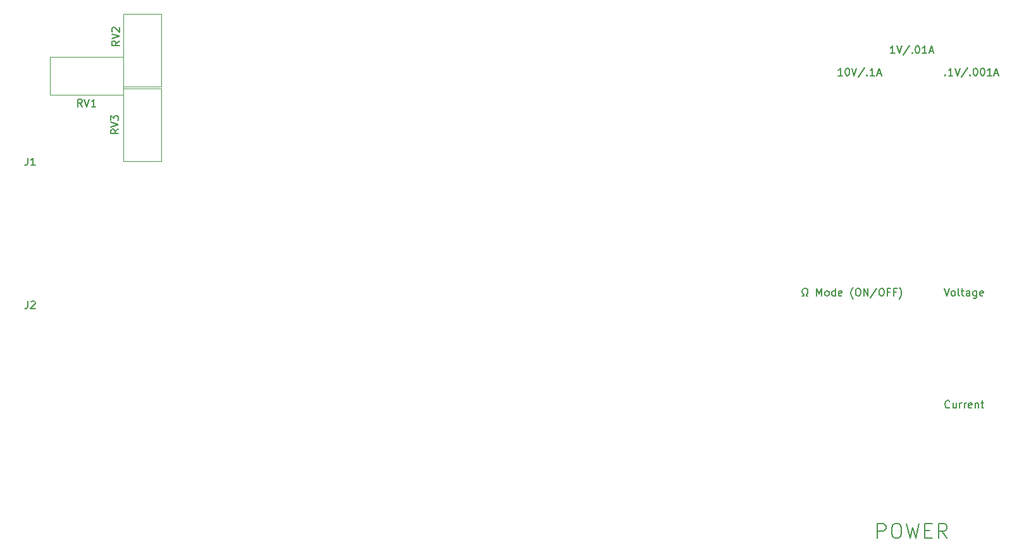
<source format=gto>
G04 #@! TF.GenerationSoftware,KiCad,Pcbnew,(5.1.10-1-10_14)*
G04 #@! TF.CreationDate,2021-10-15T12:17:32-04:00*
G04 #@! TF.ProjectId,Multimeter,4d756c74-696d-4657-9465-722e6b696361,rev?*
G04 #@! TF.SameCoordinates,Original*
G04 #@! TF.FileFunction,Legend,Top*
G04 #@! TF.FilePolarity,Positive*
%FSLAX46Y46*%
G04 Gerber Fmt 4.6, Leading zero omitted, Abs format (unit mm)*
G04 Created by KiCad (PCBNEW (5.1.10-1-10_14)) date 2021-10-15 12:17:32*
%MOMM*%
%LPD*%
G01*
G04 APERTURE LIST*
%ADD10C,0.150000*%
%ADD11C,0.120000*%
%ADD12C,6.400000*%
%ADD13C,3.200000*%
%ADD14O,1.700000X1.700000*%
%ADD15R,1.700000X1.700000*%
%ADD16C,5.600000*%
%ADD17C,1.800000*%
%ADD18R,1.800000X1.800000*%
%ADD19R,1.000000X1.000000*%
%ADD20C,0.900000*%
%ADD21C,10.600000*%
%ADD22C,1.440000*%
G04 APERTURE END LIST*
D10*
X220071428Y-79357142D02*
X220023809Y-79404761D01*
X219880952Y-79452380D01*
X219785714Y-79452380D01*
X219642857Y-79404761D01*
X219547619Y-79309523D01*
X219500000Y-79214285D01*
X219452380Y-79023809D01*
X219452380Y-78880952D01*
X219500000Y-78690476D01*
X219547619Y-78595238D01*
X219642857Y-78500000D01*
X219785714Y-78452380D01*
X219880952Y-78452380D01*
X220023809Y-78500000D01*
X220071428Y-78547619D01*
X220928571Y-78785714D02*
X220928571Y-79452380D01*
X220500000Y-78785714D02*
X220500000Y-79309523D01*
X220547619Y-79404761D01*
X220642857Y-79452380D01*
X220785714Y-79452380D01*
X220880952Y-79404761D01*
X220928571Y-79357142D01*
X221404761Y-79452380D02*
X221404761Y-78785714D01*
X221404761Y-78976190D02*
X221452380Y-78880952D01*
X221500000Y-78833333D01*
X221595238Y-78785714D01*
X221690476Y-78785714D01*
X222023809Y-79452380D02*
X222023809Y-78785714D01*
X222023809Y-78976190D02*
X222071428Y-78880952D01*
X222119047Y-78833333D01*
X222214285Y-78785714D01*
X222309523Y-78785714D01*
X223023809Y-79404761D02*
X222928571Y-79452380D01*
X222738095Y-79452380D01*
X222642857Y-79404761D01*
X222595238Y-79309523D01*
X222595238Y-78928571D01*
X222642857Y-78833333D01*
X222738095Y-78785714D01*
X222928571Y-78785714D01*
X223023809Y-78833333D01*
X223071428Y-78928571D01*
X223071428Y-79023809D01*
X222595238Y-79119047D01*
X223500000Y-78785714D02*
X223500000Y-79452380D01*
X223500000Y-78880952D02*
X223547619Y-78833333D01*
X223642857Y-78785714D01*
X223785714Y-78785714D01*
X223880952Y-78833333D01*
X223928571Y-78928571D01*
X223928571Y-79452380D01*
X224261904Y-78785714D02*
X224642857Y-78785714D01*
X224404761Y-78452380D02*
X224404761Y-79309523D01*
X224452380Y-79404761D01*
X224547619Y-79452380D01*
X224642857Y-79452380D01*
X219333333Y-63452380D02*
X219666666Y-64452380D01*
X220000000Y-63452380D01*
X220476190Y-64452380D02*
X220380952Y-64404761D01*
X220333333Y-64357142D01*
X220285714Y-64261904D01*
X220285714Y-63976190D01*
X220333333Y-63880952D01*
X220380952Y-63833333D01*
X220476190Y-63785714D01*
X220619047Y-63785714D01*
X220714285Y-63833333D01*
X220761904Y-63880952D01*
X220809523Y-63976190D01*
X220809523Y-64261904D01*
X220761904Y-64357142D01*
X220714285Y-64404761D01*
X220619047Y-64452380D01*
X220476190Y-64452380D01*
X221380952Y-64452380D02*
X221285714Y-64404761D01*
X221238095Y-64309523D01*
X221238095Y-63452380D01*
X221619047Y-63785714D02*
X222000000Y-63785714D01*
X221761904Y-63452380D02*
X221761904Y-64309523D01*
X221809523Y-64404761D01*
X221904761Y-64452380D01*
X222000000Y-64452380D01*
X222761904Y-64452380D02*
X222761904Y-63928571D01*
X222714285Y-63833333D01*
X222619047Y-63785714D01*
X222428571Y-63785714D01*
X222333333Y-63833333D01*
X222761904Y-64404761D02*
X222666666Y-64452380D01*
X222428571Y-64452380D01*
X222333333Y-64404761D01*
X222285714Y-64309523D01*
X222285714Y-64214285D01*
X222333333Y-64119047D01*
X222428571Y-64071428D01*
X222666666Y-64071428D01*
X222761904Y-64023809D01*
X223666666Y-63785714D02*
X223666666Y-64595238D01*
X223619047Y-64690476D01*
X223571428Y-64738095D01*
X223476190Y-64785714D01*
X223333333Y-64785714D01*
X223238095Y-64738095D01*
X223666666Y-64404761D02*
X223571428Y-64452380D01*
X223380952Y-64452380D01*
X223285714Y-64404761D01*
X223238095Y-64357142D01*
X223190476Y-64261904D01*
X223190476Y-63976190D01*
X223238095Y-63880952D01*
X223285714Y-63833333D01*
X223380952Y-63785714D01*
X223571428Y-63785714D01*
X223666666Y-63833333D01*
X224523809Y-64404761D02*
X224428571Y-64452380D01*
X224238095Y-64452380D01*
X224142857Y-64404761D01*
X224095238Y-64309523D01*
X224095238Y-63928571D01*
X224142857Y-63833333D01*
X224238095Y-63785714D01*
X224428571Y-63785714D01*
X224523809Y-63833333D01*
X224571428Y-63928571D01*
X224571428Y-64023809D01*
X224095238Y-64119047D01*
X219476190Y-34857142D02*
X219523809Y-34904761D01*
X219476190Y-34952380D01*
X219428571Y-34904761D01*
X219476190Y-34857142D01*
X219476190Y-34952380D01*
X220476190Y-34952380D02*
X219904761Y-34952380D01*
X220190476Y-34952380D02*
X220190476Y-33952380D01*
X220095238Y-34095238D01*
X220000000Y-34190476D01*
X219904761Y-34238095D01*
X220761904Y-33952380D02*
X221095238Y-34952380D01*
X221428571Y-33952380D01*
X222476190Y-33904761D02*
X221619047Y-35190476D01*
X222809523Y-34857142D02*
X222857142Y-34904761D01*
X222809523Y-34952380D01*
X222761904Y-34904761D01*
X222809523Y-34857142D01*
X222809523Y-34952380D01*
X223476190Y-33952380D02*
X223571428Y-33952380D01*
X223666666Y-34000000D01*
X223714285Y-34047619D01*
X223761904Y-34142857D01*
X223809523Y-34333333D01*
X223809523Y-34571428D01*
X223761904Y-34761904D01*
X223714285Y-34857142D01*
X223666666Y-34904761D01*
X223571428Y-34952380D01*
X223476190Y-34952380D01*
X223380952Y-34904761D01*
X223333333Y-34857142D01*
X223285714Y-34761904D01*
X223238095Y-34571428D01*
X223238095Y-34333333D01*
X223285714Y-34142857D01*
X223333333Y-34047619D01*
X223380952Y-34000000D01*
X223476190Y-33952380D01*
X224428571Y-33952380D02*
X224523809Y-33952380D01*
X224619047Y-34000000D01*
X224666666Y-34047619D01*
X224714285Y-34142857D01*
X224761904Y-34333333D01*
X224761904Y-34571428D01*
X224714285Y-34761904D01*
X224666666Y-34857142D01*
X224619047Y-34904761D01*
X224523809Y-34952380D01*
X224428571Y-34952380D01*
X224333333Y-34904761D01*
X224285714Y-34857142D01*
X224238095Y-34761904D01*
X224190476Y-34571428D01*
X224190476Y-34333333D01*
X224238095Y-34142857D01*
X224285714Y-34047619D01*
X224333333Y-34000000D01*
X224428571Y-33952380D01*
X225714285Y-34952380D02*
X225142857Y-34952380D01*
X225428571Y-34952380D02*
X225428571Y-33952380D01*
X225333333Y-34095238D01*
X225238095Y-34190476D01*
X225142857Y-34238095D01*
X226095238Y-34666666D02*
X226571428Y-34666666D01*
X226000000Y-34952380D02*
X226333333Y-33952380D01*
X226666666Y-34952380D01*
X212714285Y-31952380D02*
X212142857Y-31952380D01*
X212428571Y-31952380D02*
X212428571Y-30952380D01*
X212333333Y-31095238D01*
X212238095Y-31190476D01*
X212142857Y-31238095D01*
X213000000Y-30952380D02*
X213333333Y-31952380D01*
X213666666Y-30952380D01*
X214714285Y-30904761D02*
X213857142Y-32190476D01*
X215047619Y-31857142D02*
X215095238Y-31904761D01*
X215047619Y-31952380D01*
X215000000Y-31904761D01*
X215047619Y-31857142D01*
X215047619Y-31952380D01*
X215714285Y-30952380D02*
X215809523Y-30952380D01*
X215904761Y-31000000D01*
X215952380Y-31047619D01*
X216000000Y-31142857D01*
X216047619Y-31333333D01*
X216047619Y-31571428D01*
X216000000Y-31761904D01*
X215952380Y-31857142D01*
X215904761Y-31904761D01*
X215809523Y-31952380D01*
X215714285Y-31952380D01*
X215619047Y-31904761D01*
X215571428Y-31857142D01*
X215523809Y-31761904D01*
X215476190Y-31571428D01*
X215476190Y-31333333D01*
X215523809Y-31142857D01*
X215571428Y-31047619D01*
X215619047Y-31000000D01*
X215714285Y-30952380D01*
X217000000Y-31952380D02*
X216428571Y-31952380D01*
X216714285Y-31952380D02*
X216714285Y-30952380D01*
X216619047Y-31095238D01*
X216523809Y-31190476D01*
X216428571Y-31238095D01*
X217380952Y-31666666D02*
X217857142Y-31666666D01*
X217285714Y-31952380D02*
X217619047Y-30952380D01*
X217952380Y-31952380D01*
X205714285Y-34952380D02*
X205142857Y-34952380D01*
X205428571Y-34952380D02*
X205428571Y-33952380D01*
X205333333Y-34095238D01*
X205238095Y-34190476D01*
X205142857Y-34238095D01*
X206333333Y-33952380D02*
X206428571Y-33952380D01*
X206523809Y-34000000D01*
X206571428Y-34047619D01*
X206619047Y-34142857D01*
X206666666Y-34333333D01*
X206666666Y-34571428D01*
X206619047Y-34761904D01*
X206571428Y-34857142D01*
X206523809Y-34904761D01*
X206428571Y-34952380D01*
X206333333Y-34952380D01*
X206238095Y-34904761D01*
X206190476Y-34857142D01*
X206142857Y-34761904D01*
X206095238Y-34571428D01*
X206095238Y-34333333D01*
X206142857Y-34142857D01*
X206190476Y-34047619D01*
X206238095Y-34000000D01*
X206333333Y-33952380D01*
X206952380Y-33952380D02*
X207285714Y-34952380D01*
X207619047Y-33952380D01*
X208666666Y-33904761D02*
X207809523Y-35190476D01*
X209000000Y-34857142D02*
X209047619Y-34904761D01*
X209000000Y-34952380D01*
X208952380Y-34904761D01*
X209000000Y-34857142D01*
X209000000Y-34952380D01*
X210000000Y-34952380D02*
X209428571Y-34952380D01*
X209714285Y-34952380D02*
X209714285Y-33952380D01*
X209619047Y-34095238D01*
X209523809Y-34190476D01*
X209428571Y-34238095D01*
X210380952Y-34666666D02*
X210857142Y-34666666D01*
X210285714Y-34952380D02*
X210619047Y-33952380D01*
X210952380Y-34952380D01*
X210380952Y-96904761D02*
X210380952Y-94904761D01*
X211142857Y-94904761D01*
X211333333Y-95000000D01*
X211428571Y-95095238D01*
X211523809Y-95285714D01*
X211523809Y-95571428D01*
X211428571Y-95761904D01*
X211333333Y-95857142D01*
X211142857Y-95952380D01*
X210380952Y-95952380D01*
X212761904Y-94904761D02*
X213142857Y-94904761D01*
X213333333Y-95000000D01*
X213523809Y-95190476D01*
X213619047Y-95571428D01*
X213619047Y-96238095D01*
X213523809Y-96619047D01*
X213333333Y-96809523D01*
X213142857Y-96904761D01*
X212761904Y-96904761D01*
X212571428Y-96809523D01*
X212380952Y-96619047D01*
X212285714Y-96238095D01*
X212285714Y-95571428D01*
X212380952Y-95190476D01*
X212571428Y-95000000D01*
X212761904Y-94904761D01*
X214285714Y-94904761D02*
X214761904Y-96904761D01*
X215142857Y-95476190D01*
X215523809Y-96904761D01*
X216000000Y-94904761D01*
X216761904Y-95857142D02*
X217428571Y-95857142D01*
X217714285Y-96904761D02*
X216761904Y-96904761D01*
X216761904Y-94904761D01*
X217714285Y-94904761D01*
X219714285Y-96904761D02*
X219047619Y-95952380D01*
X218571428Y-96904761D02*
X218571428Y-94904761D01*
X219333333Y-94904761D01*
X219523809Y-95000000D01*
X219619047Y-95095238D01*
X219714285Y-95285714D01*
X219714285Y-95571428D01*
X219619047Y-95761904D01*
X219523809Y-95857142D01*
X219333333Y-95952380D01*
X218571428Y-95952380D01*
X200333333Y-64452380D02*
X200571428Y-64452380D01*
X200571428Y-64261904D01*
X200476190Y-64214285D01*
X200380952Y-64119047D01*
X200333333Y-63976190D01*
X200333333Y-63738095D01*
X200380952Y-63595238D01*
X200476190Y-63500000D01*
X200619047Y-63452380D01*
X200809523Y-63452380D01*
X200952380Y-63500000D01*
X201047619Y-63595238D01*
X201095238Y-63738095D01*
X201095238Y-63976190D01*
X201047619Y-64119047D01*
X200952380Y-64214285D01*
X200857142Y-64261904D01*
X200857142Y-64452380D01*
X201095238Y-64452380D01*
X202285714Y-64452380D02*
X202285714Y-63452380D01*
X202619047Y-64166666D01*
X202952380Y-63452380D01*
X202952380Y-64452380D01*
X203571428Y-64452380D02*
X203476190Y-64404761D01*
X203428571Y-64357142D01*
X203380952Y-64261904D01*
X203380952Y-63976190D01*
X203428571Y-63880952D01*
X203476190Y-63833333D01*
X203571428Y-63785714D01*
X203714285Y-63785714D01*
X203809523Y-63833333D01*
X203857142Y-63880952D01*
X203904761Y-63976190D01*
X203904761Y-64261904D01*
X203857142Y-64357142D01*
X203809523Y-64404761D01*
X203714285Y-64452380D01*
X203571428Y-64452380D01*
X204761904Y-64452380D02*
X204761904Y-63452380D01*
X204761904Y-64404761D02*
X204666666Y-64452380D01*
X204476190Y-64452380D01*
X204380952Y-64404761D01*
X204333333Y-64357142D01*
X204285714Y-64261904D01*
X204285714Y-63976190D01*
X204333333Y-63880952D01*
X204380952Y-63833333D01*
X204476190Y-63785714D01*
X204666666Y-63785714D01*
X204761904Y-63833333D01*
X205619047Y-64404761D02*
X205523809Y-64452380D01*
X205333333Y-64452380D01*
X205238095Y-64404761D01*
X205190476Y-64309523D01*
X205190476Y-63928571D01*
X205238095Y-63833333D01*
X205333333Y-63785714D01*
X205523809Y-63785714D01*
X205619047Y-63833333D01*
X205666666Y-63928571D01*
X205666666Y-64023809D01*
X205190476Y-64119047D01*
X207142857Y-64833333D02*
X207095238Y-64785714D01*
X207000000Y-64642857D01*
X206952380Y-64547619D01*
X206904761Y-64404761D01*
X206857142Y-64166666D01*
X206857142Y-63976190D01*
X206904761Y-63738095D01*
X206952380Y-63595238D01*
X207000000Y-63500000D01*
X207095238Y-63357142D01*
X207142857Y-63309523D01*
X207714285Y-63452380D02*
X207904761Y-63452380D01*
X208000000Y-63500000D01*
X208095238Y-63595238D01*
X208142857Y-63785714D01*
X208142857Y-64119047D01*
X208095238Y-64309523D01*
X208000000Y-64404761D01*
X207904761Y-64452380D01*
X207714285Y-64452380D01*
X207619047Y-64404761D01*
X207523809Y-64309523D01*
X207476190Y-64119047D01*
X207476190Y-63785714D01*
X207523809Y-63595238D01*
X207619047Y-63500000D01*
X207714285Y-63452380D01*
X208571428Y-64452380D02*
X208571428Y-63452380D01*
X209142857Y-64452380D01*
X209142857Y-63452380D01*
X210333333Y-63404761D02*
X209476190Y-64690476D01*
X210857142Y-63452380D02*
X211047619Y-63452380D01*
X211142857Y-63500000D01*
X211238095Y-63595238D01*
X211285714Y-63785714D01*
X211285714Y-64119047D01*
X211238095Y-64309523D01*
X211142857Y-64404761D01*
X211047619Y-64452380D01*
X210857142Y-64452380D01*
X210761904Y-64404761D01*
X210666666Y-64309523D01*
X210619047Y-64119047D01*
X210619047Y-63785714D01*
X210666666Y-63595238D01*
X210761904Y-63500000D01*
X210857142Y-63452380D01*
X212047619Y-63928571D02*
X211714285Y-63928571D01*
X211714285Y-64452380D02*
X211714285Y-63452380D01*
X212190476Y-63452380D01*
X212904761Y-63928571D02*
X212571428Y-63928571D01*
X212571428Y-64452380D02*
X212571428Y-63452380D01*
X213047619Y-63452380D01*
X213333333Y-64833333D02*
X213380952Y-64785714D01*
X213476190Y-64642857D01*
X213523809Y-64547619D01*
X213571428Y-64404761D01*
X213619047Y-64166666D01*
X213619047Y-63976190D01*
X213571428Y-63738095D01*
X213523809Y-63595238D01*
X213476190Y-63500000D01*
X213380952Y-63357142D01*
X213333333Y-63309523D01*
D11*
X109425000Y-37530000D02*
X99655000Y-37530000D01*
X109425000Y-32460000D02*
X99655000Y-32460000D01*
X109425000Y-37530000D02*
X109425000Y-32460000D01*
X99655000Y-37530000D02*
X99655000Y-32460000D01*
X109470000Y-26655000D02*
X114540000Y-26655000D01*
X109470000Y-36425000D02*
X114540000Y-36425000D01*
X114540000Y-36425000D02*
X114540000Y-26655000D01*
X109470000Y-36425000D02*
X109470000Y-26655000D01*
X109470000Y-46425000D02*
X109470000Y-36655000D01*
X114540000Y-46425000D02*
X114540000Y-36655000D01*
X109470000Y-46425000D02*
X114540000Y-46425000D01*
X109470000Y-36655000D02*
X114540000Y-36655000D01*
D10*
X96666666Y-65152380D02*
X96666666Y-65866666D01*
X96619047Y-66009523D01*
X96523809Y-66104761D01*
X96380952Y-66152380D01*
X96285714Y-66152380D01*
X97095238Y-65247619D02*
X97142857Y-65200000D01*
X97238095Y-65152380D01*
X97476190Y-65152380D01*
X97571428Y-65200000D01*
X97619047Y-65247619D01*
X97666666Y-65342857D01*
X97666666Y-65438095D01*
X97619047Y-65580952D01*
X97047619Y-66152380D01*
X97666666Y-66152380D01*
X96666666Y-45952380D02*
X96666666Y-46666666D01*
X96619047Y-46809523D01*
X96523809Y-46904761D01*
X96380952Y-46952380D01*
X96285714Y-46952380D01*
X97666666Y-46952380D02*
X97095238Y-46952380D01*
X97380952Y-46952380D02*
X97380952Y-45952380D01*
X97285714Y-46095238D01*
X97190476Y-46190476D01*
X97095238Y-46238095D01*
X103944761Y-39112380D02*
X103611428Y-38636190D01*
X103373333Y-39112380D02*
X103373333Y-38112380D01*
X103754285Y-38112380D01*
X103849523Y-38160000D01*
X103897142Y-38207619D01*
X103944761Y-38302857D01*
X103944761Y-38445714D01*
X103897142Y-38540952D01*
X103849523Y-38588571D01*
X103754285Y-38636190D01*
X103373333Y-38636190D01*
X104230476Y-38112380D02*
X104563809Y-39112380D01*
X104897142Y-38112380D01*
X105754285Y-39112380D02*
X105182857Y-39112380D01*
X105468571Y-39112380D02*
X105468571Y-38112380D01*
X105373333Y-38255238D01*
X105278095Y-38350476D01*
X105182857Y-38398095D01*
X108910380Y-30313238D02*
X108434190Y-30646571D01*
X108910380Y-30884666D02*
X107910380Y-30884666D01*
X107910380Y-30503714D01*
X107958000Y-30408476D01*
X108005619Y-30360857D01*
X108100857Y-30313238D01*
X108243714Y-30313238D01*
X108338952Y-30360857D01*
X108386571Y-30408476D01*
X108434190Y-30503714D01*
X108434190Y-30884666D01*
X107910380Y-30027523D02*
X108910380Y-29694190D01*
X107910380Y-29360857D01*
X108005619Y-29075142D02*
X107958000Y-29027523D01*
X107910380Y-28932285D01*
X107910380Y-28694190D01*
X107958000Y-28598952D01*
X108005619Y-28551333D01*
X108100857Y-28503714D01*
X108196095Y-28503714D01*
X108338952Y-28551333D01*
X108910380Y-29122761D01*
X108910380Y-28503714D01*
X108792380Y-42135238D02*
X108316190Y-42468571D01*
X108792380Y-42706666D02*
X107792380Y-42706666D01*
X107792380Y-42325714D01*
X107840000Y-42230476D01*
X107887619Y-42182857D01*
X107982857Y-42135238D01*
X108125714Y-42135238D01*
X108220952Y-42182857D01*
X108268571Y-42230476D01*
X108316190Y-42325714D01*
X108316190Y-42706666D01*
X107792380Y-41849523D02*
X108792380Y-41516190D01*
X107792380Y-41182857D01*
X107792380Y-40944761D02*
X107792380Y-40325714D01*
X108173333Y-40659047D01*
X108173333Y-40516190D01*
X108220952Y-40420952D01*
X108268571Y-40373333D01*
X108363809Y-40325714D01*
X108601904Y-40325714D01*
X108697142Y-40373333D01*
X108744761Y-40420952D01*
X108792380Y-40516190D01*
X108792380Y-40801904D01*
X108744761Y-40897142D01*
X108697142Y-40944761D01*
%LPC*%
D12*
X222000000Y-72000000D03*
D13*
X87000000Y-27000000D03*
X87000000Y-98000000D03*
X233000000Y-98000000D03*
X233000000Y-27000000D03*
D12*
X207000000Y-72000000D03*
D14*
X193458000Y-30244000D03*
D15*
X193458000Y-27704000D03*
D14*
X126910000Y-88156000D03*
X124370000Y-88156000D03*
X121830000Y-88156000D03*
X119290000Y-88156000D03*
D15*
X116750000Y-88156000D03*
D14*
X130720000Y-88156000D03*
D15*
X130720000Y-85616000D03*
D16*
X187000000Y-75000000D03*
X123000000Y-75000000D03*
D14*
X117004000Y-55644000D03*
D15*
X117004000Y-53104000D03*
D17*
X153834000Y-97046000D03*
D18*
X156374000Y-97046000D03*
D19*
X193294000Y-88646000D03*
D17*
X153834000Y-92474000D03*
D18*
X156374000Y-92474000D03*
D20*
X99810749Y-69189251D03*
X97000000Y-68025000D03*
X94189251Y-69189251D03*
X93025000Y-72000000D03*
X94189251Y-74810749D03*
X97000000Y-75975000D03*
X99810749Y-74810749D03*
X100975000Y-72000000D03*
D21*
X97000000Y-72000000D03*
D20*
X99810749Y-49989251D03*
X97000000Y-48825000D03*
X94189251Y-49989251D03*
X93025000Y-52800000D03*
X94189251Y-55610749D03*
X97000000Y-56775000D03*
X99810749Y-55610749D03*
X100975000Y-52800000D03*
D21*
X97000000Y-52800000D03*
D22*
X102000000Y-35000000D03*
X104540000Y-35000000D03*
X107080000Y-35000000D03*
X112000000Y-34080000D03*
X112000000Y-31540000D03*
X112000000Y-29000000D03*
X112000000Y-39000000D03*
X112000000Y-41540000D03*
X112000000Y-44080000D03*
M02*

</source>
